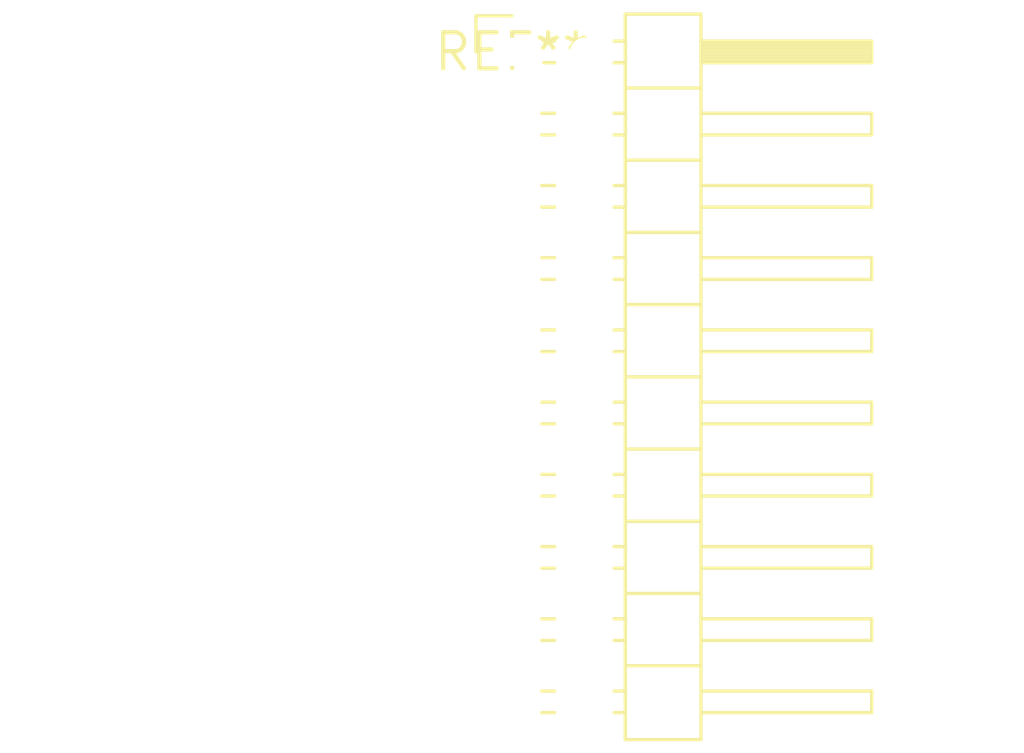
<source format=kicad_pcb>
(kicad_pcb (version 20240108) (generator pcbnew)
  (layers (0 "F.Cu" signal) (31 "B.Cu" signal) (34 "B.Paste" user) (35 "F.Paste" user) (36 "B.SilkS" user "B.Silkscreen") (37 "F.SilkS" user "F.Silkscreen") (38 "B.Mask" user) (39 "F.Mask" user) (44 "Edge.Cuts" user))
  (net 0 "")
  (footprint "PinHeader_2x10_P2.54mm_Horizontal" (layer "F.Cu") (at 0 0)
    (property "Reference" "REF**")
    (property "Value" "PinHeader_2x10_P2.54mm_Horizontal")
    (fp_line (start -1.27 -1.27) (end 0 -1.27) (layer "F.SilkS") (stroke (width 0.12)))
    (fp_line (start -1.27 0) (end -1.27 -1.27) (layer "F.SilkS") (stroke (width 0.12)))
    (fp_line (start 1.042929 2.16) (end 1.497071 2.16) (layer "F.SilkS") (stroke (width 0.12)))
    (fp_line (start 1.042929 2.92) (end 1.497071 2.92) (layer "F.SilkS") (stroke (width 0.12)))
    (fp_line (start 1.042929 4.7) (end 1.497071 4.7) (layer "F.SilkS") (stroke (width 0.12)))
    (fp_line (start 1.042929 5.46) (end 1.497071 5.46) (layer "F.SilkS") (stroke (width 0.12)))
    (fp_line (start 1.042929 7.24) (end 1.497071 7.24) (layer "F.SilkS") (stroke (width 0.12)))
    (fp_line (start 1.042929 8) (end 1.497071 8) (layer "F.SilkS") (stroke (width 0.12)))
    (fp_line (start 1.042929 9.78) (end 1.497071 9.78) (layer "F.SilkS") (stroke (width 0.12)))
    (fp_line (start 1.042929 10.54) (end 1.497071 10.54) (layer "F.SilkS") (stroke (width 0.12)))
    (fp_line (start 1.042929 12.32) (end 1.497071 12.32) (layer "F.SilkS") (stroke (width 0.12)))
    (fp_line (start 1.042929 13.08) (end 1.497071 13.08) (layer "F.SilkS") (stroke (width 0.12)))
    (fp_line (start 1.042929 14.86) (end 1.497071 14.86) (layer "F.SilkS") (stroke (width 0.12)))
    (fp_line (start 1.042929 15.62) (end 1.497071 15.62) (layer "F.SilkS") (stroke (width 0.12)))
    (fp_line (start 1.042929 17.4) (end 1.497071 17.4) (layer "F.SilkS") (stroke (width 0.12)))
    (fp_line (start 1.042929 18.16) (end 1.497071 18.16) (layer "F.SilkS") (stroke (width 0.12)))
    (fp_line (start 1.042929 19.94) (end 1.497071 19.94) (layer "F.SilkS") (stroke (width 0.12)))
    (fp_line (start 1.042929 20.7) (end 1.497071 20.7) (layer "F.SilkS") (stroke (width 0.12)))
    (fp_line (start 1.042929 22.48) (end 1.497071 22.48) (layer "F.SilkS") (stroke (width 0.12)))
    (fp_line (start 1.042929 23.24) (end 1.497071 23.24) (layer "F.SilkS") (stroke (width 0.12)))
    (fp_line (start 1.11 -0.38) (end 1.497071 -0.38) (layer "F.SilkS") (stroke (width 0.12)))
    (fp_line (start 1.11 0.38) (end 1.497071 0.38) (layer "F.SilkS") (stroke (width 0.12)))
    (fp_line (start 3.582929 -0.38) (end 3.98 -0.38) (layer "F.SilkS") (stroke (width 0.12)))
    (fp_line (start 3.582929 0.38) (end 3.98 0.38) (layer "F.SilkS") (stroke (width 0.12)))
    (fp_line (start 3.582929 2.16) (end 3.98 2.16) (layer "F.SilkS") (stroke (width 0.12)))
    (fp_line (start 3.582929 2.92) (end 3.98 2.92) (layer "F.SilkS") (stroke (width 0.12)))
    (fp_line (start 3.582929 4.7) (end 3.98 4.7) (layer "F.SilkS") (stroke (width 0.12)))
    (fp_line (start 3.582929 5.46) (end 3.98 5.46) (layer "F.SilkS") (stroke (width 0.12)))
    (fp_line (start 3.582929 7.24) (end 3.98 7.24) (layer "F.SilkS") (stroke (width 0.12)))
    (fp_line (start 3.582929 8) (end 3.98 8) (layer "F.SilkS") (stroke (width 0.12)))
    (fp_line (start 3.582929 9.78) (end 3.98 9.78) (layer "F.SilkS") (stroke (width 0.12)))
    (fp_line (start 3.582929 10.54) (end 3.98 10.54) (layer "F.SilkS") (stroke (width 0.12)))
    (fp_line (start 3.582929 12.32) (end 3.98 12.32) (layer "F.SilkS") (stroke (width 0.12)))
    (fp_line (start 3.582929 13.08) (end 3.98 13.08) (layer "F.SilkS") (stroke (width 0.12)))
    (fp_line (start 3.582929 14.86) (end 3.98 14.86) (layer "F.SilkS") (stroke (width 0.12)))
    (fp_line (start 3.582929 15.62) (end 3.98 15.62) (layer "F.SilkS") (stroke (width 0.12)))
    (fp_line (start 3.582929 17.4) (end 3.98 17.4) (layer "F.SilkS") (stroke (width 0.12)))
    (fp_line (start 3.582929 18.16) (end 3.98 18.16) (layer "F.SilkS") (stroke (width 0.12)))
    (fp_line (start 3.582929 19.94) (end 3.98 19.94) (layer "F.SilkS") (stroke (width 0.12)))
    (fp_line (start 3.582929 20.7) (end 3.98 20.7) (layer "F.SilkS") (stroke (width 0.12)))
    (fp_line (start 3.582929 22.48) (end 3.98 22.48) (layer "F.SilkS") (stroke (width 0.12)))
    (fp_line (start 3.582929 23.24) (end 3.98 23.24) (layer "F.SilkS") (stroke (width 0.12)))
    (fp_line (start 3.98 -1.33) (end 3.98 24.19) (layer "F.SilkS") (stroke (width 0.12)))
    (fp_line (start 3.98 1.27) (end 6.64 1.27) (layer "F.SilkS") (stroke (width 0.12)))
    (fp_line (start 3.98 3.81) (end 6.64 3.81) (layer "F.SilkS") (stroke (width 0.12)))
    (fp_line (start 3.98 6.35) (end 6.64 6.35) (layer "F.SilkS") (stroke (width 0.12)))
    (fp_line (start 3.98 8.89) (end 6.64 8.89) (layer "F.SilkS") (stroke (width 0.12)))
    (fp_line (start 3.98 11.43) (end 6.64 11.43) (layer "F.SilkS") (stroke (width 0.12)))
    (fp_line (start 3.98 13.97) (end 6.64 13.97) (layer "F.SilkS") (stroke (width 0.12)))
    (fp_line (start 3.98 16.51) (end 6.64 16.51) (layer "F.SilkS") (stroke (width 0.12)))
    (fp_line (start 3.98 19.05) (end 6.64 19.05) (layer "F.SilkS") (stroke (width 0.12)))
    (fp_line (start 3.98 21.59) (end 6.64 21.59) (layer "F.SilkS") (stroke (width 0.12)))
    (fp_line (start 3.98 24.19) (end 6.64 24.19) (layer "F.SilkS") (stroke (width 0.12)))
    (fp_line (start 6.64 -1.33) (end 3.98 -1.33) (layer "F.SilkS") (stroke (width 0.12)))
    (fp_line (start 6.64 -0.38) (end 12.64 -0.38) (layer "F.SilkS") (stroke (width 0.12)))
    (fp_line (start 6.64 -0.32) (end 12.64 -0.32) (layer "F.SilkS") (stroke (width 0.12)))
    (fp_line (start 6.64 -0.2) (end 12.64 -0.2) (layer "F.SilkS") (stroke (width 0.12)))
    (fp_line (start 6.64 -0.08) (end 12.64 -0.08) (layer "F.SilkS") (stroke (width 0.12)))
    (fp_line (start 6.64 0.04) (end 12.64 0.04) (layer "F.SilkS") (stroke (width 0.12)))
    (fp_line (start 6.64 0.16) (end 12.64 0.16) (layer "F.SilkS") (stroke (width 0.12)))
    (fp_line (start 6.64 0.28) (end 12.64 0.28) (layer "F.SilkS") (stroke (width 0.12)))
    (fp_line (start 6.64 2.16) (end 12.64 2.16) (layer "F.SilkS") (stroke (width 0.12)))
    (fp_line (start 6.64 4.7) (end 12.64 4.7) (layer "F.SilkS") (stroke (width 0.12)))
    (fp_line (start 6.64 7.24) (end 12.64 7.24) (layer "F.SilkS") (stroke (width 0.12)))
    (fp_line (start 6.64 9.78) (end 12.64 9.78) (layer "F.SilkS") (stroke (width 0.12)))
    (fp_line (start 6.64 12.32) (end 12.64 12.32) (layer "F.SilkS") (stroke (width 0.12)))
    (fp_line (start 6.64 14.86) (end 12.64 14.86) (layer "F.SilkS") (stroke (width 0.12)))
    (fp_line (start 6.64 17.4) (end 12.64 17.4) (layer "F.SilkS") (stroke (width 0.12)))
    (fp_line (start 6.64 19.94) (end 12.64 19.94) (layer "F.SilkS") (stroke (width 0.12)))
    (fp_line (start 6.64 22.48) (end 12.64 22.48) (layer "F.SilkS") (stroke (width 0.12)))
    (fp_line (start 6.64 24.19) (end 6.64 -1.33) (layer "F.SilkS") (stroke (width 0.12)))
    (fp_line (start 12.64 -0.38) (end 12.64 0.38) (layer "F.SilkS") (stroke (width 0.12)))
    (fp_line (start 12.64 0.38) (end 6.64 0.38) (layer "F.SilkS") (stroke (width 0.12)))
    (fp_line (start 12.64 2.16) (end 12.64 2.92) (layer "F.SilkS") (stroke (width 0.12)))
    (fp_line (start 12.64 2.92) (end 6.64 2.92) (layer "F.SilkS") (stroke (width 0.12)))
    (fp_line (start 12.64 4.7) (end 12.64 5.46) (layer "F.SilkS") (stroke (width 0.12)))
    (fp_line (start 12.64 5.46) (end 6.64 5.46) (layer "F.SilkS") (stroke (width 0.12)))
    (fp_line (start 12.64 7.24) (end 12.64 8) (layer "F.SilkS") (stroke (width 0.12)))
    (fp_line (start 12.64 8) (end 6.64 8) (layer "F.SilkS") (stroke (width 0.12)))
    (fp_line (start 12.64 9.78) (end 12.64 10.54) (layer "F.SilkS") (stroke (width 0.12)))
    (fp_line (start 12.64 10.54) (end 6.64 10.54) (layer "F.SilkS") (stroke (width 0.12)))
    (fp_line (start 12.64 12.32) (end 12.64 13.08) (layer "F.SilkS") (stroke (width 0.12)))
    (fp_line (start 12.64 13.08) (end 6.64 13.08) (layer "F.SilkS") (stroke (width 0.12)))
    (fp_line (start 12.64 14.86) (end 12.64 15.62) (layer "F.SilkS") (stroke (width 0.12)))
    (fp_line (start 12.64 15.62) (end 6.64 15.62) (layer "F.SilkS") (stroke (width 0.12)))
    (fp_line (start 12.64 17.4) (end 12.64 18.16) (layer "F.SilkS") (stroke (width 0.12)))
    (fp_line (start 12.64 18.16) (end 6.64 18.16) (layer "F.SilkS") (stroke (width 0.12)))
    (fp_line (start 12.64 19.94) (end 12.64 20.7) (layer "F.SilkS") (stroke (width 0.12)))
    (fp_line (start 12.64 20.7) (end 6.64 20.7) (layer "F.SilkS") (stroke (width 0.12)))
    (fp_line (start 12.64 22.48) (end 12.64 23.24) (layer "F.SilkS") (stroke (width 0.12)))
    (fp_line (start 12.64 23.24) (end 6.64 23.24) (layer "F.SilkS") (stroke (width 0.12)))
    (pad "1" thru_hole rect (at 0 0) (size 1.7 1.7) (drill 1) (layers *.Cu *.Mask) (remove_unused_layers))
    (pad "2" thru_hole oval (at 2.54 0) (size 1.7 1.7) (drill 1) (layers *.Cu *.Mask) (remove_unused_layers))
    (pad "3" thru_hole oval (at 0 2.54) (size 1.7 1.7) (drill 1) (layers *.Cu *.Mask) (remove_unused_layers))
    (pad "4" thru_hole oval (at 2.54 2.54) (size 1.7 1.7) (drill 1) (layers *.Cu *.Mask) (remove_unused_layers))
    (pad "5" thru_hole oval (at 0 5.08) (size 1.7 1.7) (drill 1) (layers *.Cu *.Mask) (remove_unused_layers))
    (pad "6" thru_hole oval (at 2.54 5.08) (size 1.7 1.7) (drill 1) (layers *.Cu *.Mask) (remove_unused_layers))
    (pad "7" thru_hole oval (at 0 7.62) (size 1.7 1.7) (drill 1) (layers *.Cu *.Mask) (remove_unused_layers))
    (pad "8" thru_hole oval (at 2.54 7.62) (size 1.7 1.7) (drill 1) (layers *.Cu *.Mask) (remove_unused_layers))
    (pad "9" thru_hole oval (at 0 10.16) (size 1.7 1.7) (drill 1) (layers *.Cu *.Mask) (remove_unused_layers))
    (pad "10" thru_hole oval (at 2.54 10.16) (size 1.7 1.7) (drill 1) (layers *.Cu *.Mask) (remove_unused_layers))
    (pad "11" thru_hole oval (at 0 12.7) (size 1.7 1.7) (drill 1) (layers *.Cu *.Mask) (remove_unused_layers))
    (pad "12" thru_hole oval (at 2.54 12.7) (size 1.7 1.7) (drill 1) (layers *.Cu *.Mask) (remove_unused_layers))
    (pad "13" thru_hole oval (at 0 15.24) (size 1.7 1.7) (drill 1) (layers *.Cu *.Mask) (remove_unused_layers))
    (pad "14" thru_hole oval (at 2.54 15.24) (size 1.7 1.7) (drill 1) (layers *.Cu *.Mask) (remove_unused_layers))
    (pad "15" thru_hole oval (at 0 17.78) (size 1.7 1.7) (drill 1) (layers *.Cu *.Mask) (remove_unused_layers))
    (pad "16" thru_hole oval (at 2.54 17.78) (size 1.7 1.7) (drill 1) (layers *.Cu *.Mask) (remove_unused_layers))
    (pad "17" thru_hole oval (at 0 20.32) (size 1.7 1.7) (drill 1) (layers *.Cu *.Mask) (remove_unused_layers))
    (pad "18" thru_hole oval (at 2.54 20.32) (size 1.7 1.7) (drill 1) (layers *.Cu *.Mask) (remove_unused_layers))
    (pad "19" thru_hole oval (at 0 22.86) (size 1.7 1.7) (drill 1) (layers *.Cu *.Mask) (remove_unused_layers))
    (pad "20" thru_hole oval (at 2.54 22.86) (size 1.7 1.7) (drill 1) (layers *.Cu *.Mask) (remove_unused_layers))
  )
)
</source>
